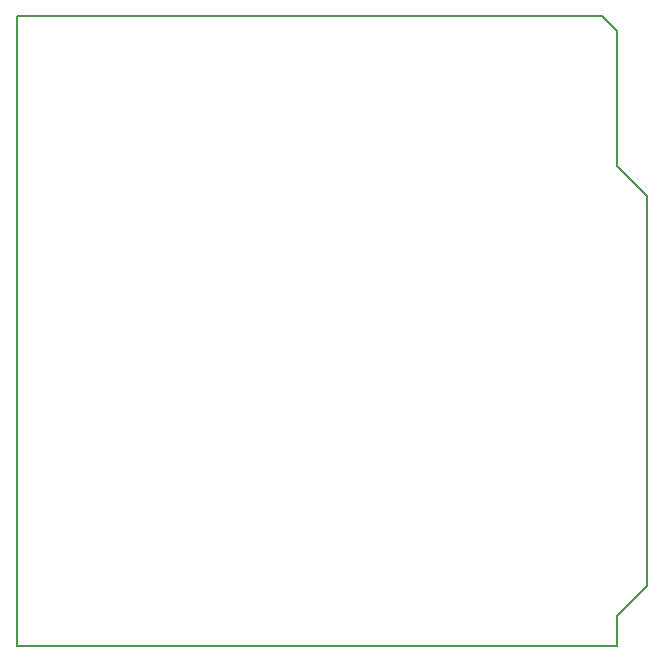
<source format=gm1>
G04 #@! TF.GenerationSoftware,KiCad,Pcbnew,(5.0.1)-4*
G04 #@! TF.CreationDate,2018-12-27T15:34:55-05:00*
G04 #@! TF.ProjectId,LED Project,4C45442050726F6A6563742E6B696361,rev?*
G04 #@! TF.SameCoordinates,Original*
G04 #@! TF.FileFunction,Profile,NP*
%FSLAX46Y46*%
G04 Gerber Fmt 4.6, Leading zero omitted, Abs format (unit mm)*
G04 Created by KiCad (PCBNEW (5.0.1)-4) date 12/27/2018 3:34:55 PM*
%MOMM*%
%LPD*%
G01*
G04 APERTURE LIST*
%ADD10C,0.150000*%
G04 APERTURE END LIST*
D10*
X116840000Y-69850000D02*
X116840000Y-123190000D01*
X166370000Y-69850000D02*
X116840000Y-69850000D01*
X167640000Y-123190000D02*
X116840000Y-123190000D01*
X167640000Y-120650000D02*
X167640000Y-123190000D01*
X170180000Y-118110000D02*
X167640000Y-120650000D01*
X170180000Y-85090000D02*
X170180000Y-118110000D01*
X167640000Y-82550000D02*
X170180000Y-85090000D01*
X167640000Y-71120000D02*
X167640000Y-82550000D01*
X166370000Y-69850000D02*
X167640000Y-71120000D01*
M02*

</source>
